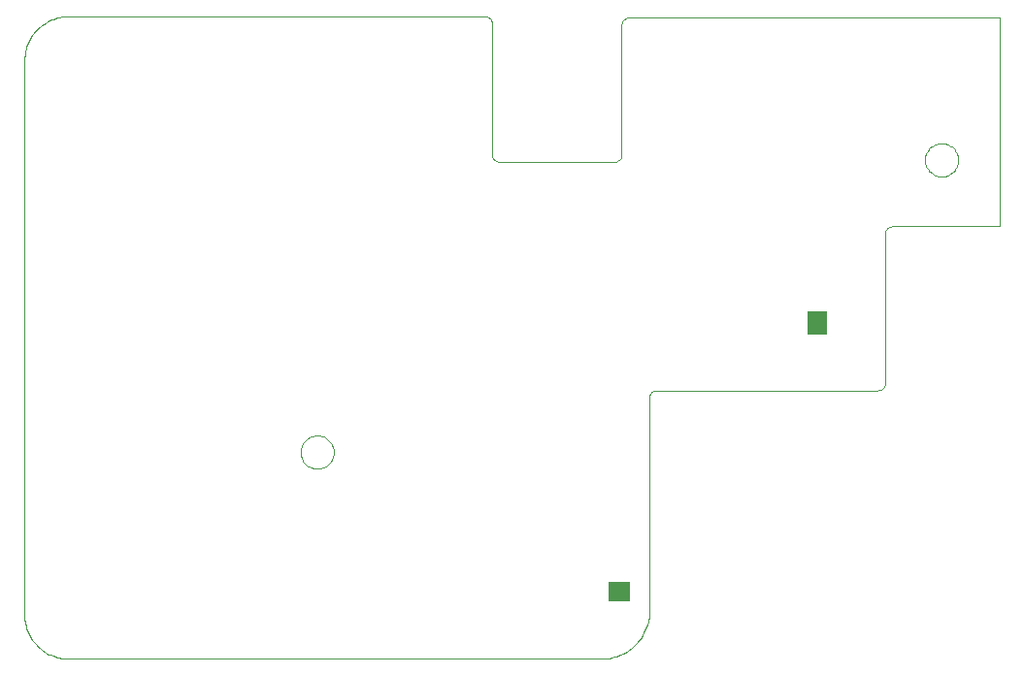
<source format=gbp>
G75*
G70*
%OFA0B0*%
%FSLAX24Y24*%
%IPPOS*%
%LPD*%
%AMOC8*
5,1,8,0,0,1.08239X$1,22.5*
%
%ADD10C,0.0000*%
%ADD11R,0.0770X0.0680*%
%ADD12R,0.0670X0.0790*%
D10*
X006865Y002944D02*
X006873Y022025D01*
X006875Y022101D01*
X006881Y022176D01*
X006890Y022252D01*
X006904Y022326D01*
X006921Y022400D01*
X006942Y022473D01*
X006967Y022545D01*
X006995Y022616D01*
X007026Y022685D01*
X007062Y022752D01*
X007100Y022818D01*
X007142Y022881D01*
X007187Y022942D01*
X007235Y023001D01*
X007286Y023058D01*
X007340Y023111D01*
X007396Y023162D01*
X007455Y023210D01*
X007516Y023255D01*
X007580Y023297D01*
X007645Y023336D01*
X007712Y023371D01*
X007782Y023402D01*
X007852Y023431D01*
X007924Y023455D01*
X007997Y023476D01*
X008071Y023493D01*
X008146Y023507D01*
X008221Y023516D01*
X008297Y023522D01*
X008373Y023524D01*
X022674Y023524D01*
X022704Y023522D01*
X022734Y023517D01*
X022763Y023508D01*
X022790Y023495D01*
X022816Y023480D01*
X022840Y023461D01*
X022861Y023440D01*
X022880Y023416D01*
X022895Y023390D01*
X022908Y023363D01*
X022917Y023334D01*
X022922Y023304D01*
X022924Y023274D01*
X022924Y018774D01*
X022926Y018744D01*
X022931Y018714D01*
X022940Y018685D01*
X022953Y018658D01*
X022968Y018632D01*
X022987Y018608D01*
X023008Y018587D01*
X023032Y018568D01*
X023058Y018553D01*
X023085Y018540D01*
X023114Y018531D01*
X023144Y018526D01*
X023174Y018524D01*
X027124Y018524D01*
X027154Y018526D01*
X027184Y018531D01*
X027213Y018540D01*
X027240Y018553D01*
X027266Y018568D01*
X027290Y018587D01*
X027311Y018608D01*
X027330Y018632D01*
X027345Y018658D01*
X027358Y018685D01*
X027367Y018714D01*
X027372Y018744D01*
X027374Y018774D01*
X027374Y023225D01*
X027376Y023255D01*
X027381Y023285D01*
X027390Y023314D01*
X027403Y023341D01*
X027418Y023367D01*
X027437Y023391D01*
X027458Y023412D01*
X027482Y023431D01*
X027508Y023446D01*
X027535Y023459D01*
X027564Y023468D01*
X027594Y023473D01*
X027624Y023475D01*
X040364Y023484D01*
X040364Y016304D01*
X036674Y016304D01*
X036644Y016302D01*
X036614Y016297D01*
X036585Y016288D01*
X036558Y016275D01*
X036532Y016260D01*
X036508Y016241D01*
X036487Y016220D01*
X036468Y016196D01*
X036453Y016170D01*
X036440Y016143D01*
X036431Y016114D01*
X036426Y016084D01*
X036424Y016054D01*
X036424Y010914D01*
X036422Y010884D01*
X036417Y010854D01*
X036408Y010825D01*
X036395Y010798D01*
X036380Y010772D01*
X036361Y010748D01*
X036340Y010727D01*
X036316Y010708D01*
X036290Y010693D01*
X036263Y010680D01*
X036234Y010671D01*
X036204Y010666D01*
X036174Y010664D01*
X028574Y010664D01*
X028544Y010662D01*
X028514Y010657D01*
X028485Y010648D01*
X028458Y010635D01*
X028432Y010620D01*
X028408Y010601D01*
X028387Y010580D01*
X028368Y010556D01*
X028353Y010530D01*
X028340Y010503D01*
X028331Y010474D01*
X028326Y010444D01*
X028324Y010414D01*
X028324Y002944D01*
X028314Y002865D01*
X028301Y002786D01*
X028283Y002708D01*
X028262Y002631D01*
X028237Y002555D01*
X028209Y002480D01*
X028177Y002407D01*
X028142Y002335D01*
X028103Y002265D01*
X028061Y002197D01*
X028016Y002132D01*
X027967Y002068D01*
X027916Y002007D01*
X027862Y001948D01*
X027805Y001892D01*
X027746Y001838D01*
X027684Y001788D01*
X027619Y001740D01*
X027553Y001696D01*
X027484Y001655D01*
X027414Y001617D01*
X027342Y001582D01*
X027268Y001551D01*
X027193Y001524D01*
X027117Y001500D01*
X027040Y001480D01*
X026961Y001463D01*
X026883Y001451D01*
X026803Y001442D01*
X026723Y001436D01*
X026644Y001435D01*
X026564Y001437D01*
X026484Y001444D01*
X008365Y001444D01*
X008289Y001446D01*
X008213Y001452D01*
X008138Y001461D01*
X008063Y001475D01*
X007989Y001492D01*
X007916Y001513D01*
X007844Y001537D01*
X007774Y001566D01*
X007705Y001597D01*
X007637Y001632D01*
X007572Y001671D01*
X007508Y001713D01*
X007447Y001758D01*
X007388Y001806D01*
X007332Y001857D01*
X007278Y001910D01*
X007227Y001967D01*
X007179Y002026D01*
X007134Y002087D01*
X007092Y002150D01*
X007054Y002216D01*
X007018Y002283D01*
X006987Y002352D01*
X006958Y002423D01*
X006934Y002495D01*
X006913Y002568D01*
X006896Y002642D01*
X006882Y002716D01*
X006873Y002792D01*
X006867Y002868D01*
X006865Y002944D01*
X016347Y008543D02*
X016349Y008590D01*
X016355Y008637D01*
X016364Y008683D01*
X016378Y008728D01*
X016395Y008772D01*
X016416Y008815D01*
X016440Y008855D01*
X016467Y008894D01*
X016498Y008930D01*
X016531Y008963D01*
X016567Y008994D01*
X016606Y009021D01*
X016646Y009045D01*
X016689Y009066D01*
X016733Y009083D01*
X016778Y009097D01*
X016824Y009106D01*
X016871Y009112D01*
X016918Y009114D01*
X016965Y009112D01*
X017012Y009106D01*
X017058Y009097D01*
X017103Y009083D01*
X017147Y009066D01*
X017190Y009045D01*
X017230Y009021D01*
X017269Y008994D01*
X017305Y008963D01*
X017338Y008930D01*
X017369Y008894D01*
X017396Y008855D01*
X017420Y008815D01*
X017441Y008772D01*
X017458Y008728D01*
X017472Y008683D01*
X017481Y008637D01*
X017487Y008590D01*
X017489Y008543D01*
X017487Y008496D01*
X017481Y008449D01*
X017472Y008403D01*
X017458Y008358D01*
X017441Y008314D01*
X017420Y008271D01*
X017396Y008231D01*
X017369Y008192D01*
X017338Y008156D01*
X017305Y008123D01*
X017269Y008092D01*
X017230Y008065D01*
X017190Y008041D01*
X017147Y008020D01*
X017103Y008003D01*
X017058Y007989D01*
X017012Y007980D01*
X016965Y007974D01*
X016918Y007972D01*
X016871Y007974D01*
X016824Y007980D01*
X016778Y007989D01*
X016733Y008003D01*
X016689Y008020D01*
X016646Y008041D01*
X016606Y008065D01*
X016567Y008092D01*
X016531Y008123D01*
X016498Y008156D01*
X016467Y008192D01*
X016440Y008231D01*
X016416Y008271D01*
X016395Y008314D01*
X016378Y008358D01*
X016364Y008403D01*
X016355Y008449D01*
X016349Y008496D01*
X016347Y008543D01*
X037792Y018586D02*
X037794Y018633D01*
X037800Y018680D01*
X037809Y018726D01*
X037823Y018771D01*
X037840Y018815D01*
X037861Y018858D01*
X037885Y018898D01*
X037912Y018937D01*
X037943Y018973D01*
X037976Y019006D01*
X038012Y019037D01*
X038051Y019064D01*
X038091Y019088D01*
X038134Y019109D01*
X038178Y019126D01*
X038223Y019140D01*
X038269Y019149D01*
X038316Y019155D01*
X038363Y019157D01*
X038410Y019155D01*
X038457Y019149D01*
X038503Y019140D01*
X038548Y019126D01*
X038592Y019109D01*
X038635Y019088D01*
X038675Y019064D01*
X038714Y019037D01*
X038750Y019006D01*
X038783Y018973D01*
X038814Y018937D01*
X038841Y018898D01*
X038865Y018858D01*
X038886Y018815D01*
X038903Y018771D01*
X038917Y018726D01*
X038926Y018680D01*
X038932Y018633D01*
X038934Y018586D01*
X038932Y018539D01*
X038926Y018492D01*
X038917Y018446D01*
X038903Y018401D01*
X038886Y018357D01*
X038865Y018314D01*
X038841Y018274D01*
X038814Y018235D01*
X038783Y018199D01*
X038750Y018166D01*
X038714Y018135D01*
X038675Y018108D01*
X038635Y018084D01*
X038592Y018063D01*
X038548Y018046D01*
X038503Y018032D01*
X038457Y018023D01*
X038410Y018017D01*
X038363Y018015D01*
X038316Y018017D01*
X038269Y018023D01*
X038223Y018032D01*
X038178Y018046D01*
X038134Y018063D01*
X038091Y018084D01*
X038051Y018108D01*
X038012Y018135D01*
X037976Y018166D01*
X037943Y018199D01*
X037912Y018235D01*
X037885Y018274D01*
X037861Y018314D01*
X037840Y018357D01*
X037823Y018401D01*
X037809Y018446D01*
X037800Y018492D01*
X037794Y018539D01*
X037792Y018586D01*
D11*
X027309Y003744D03*
D12*
X034099Y012969D03*
M02*

</source>
